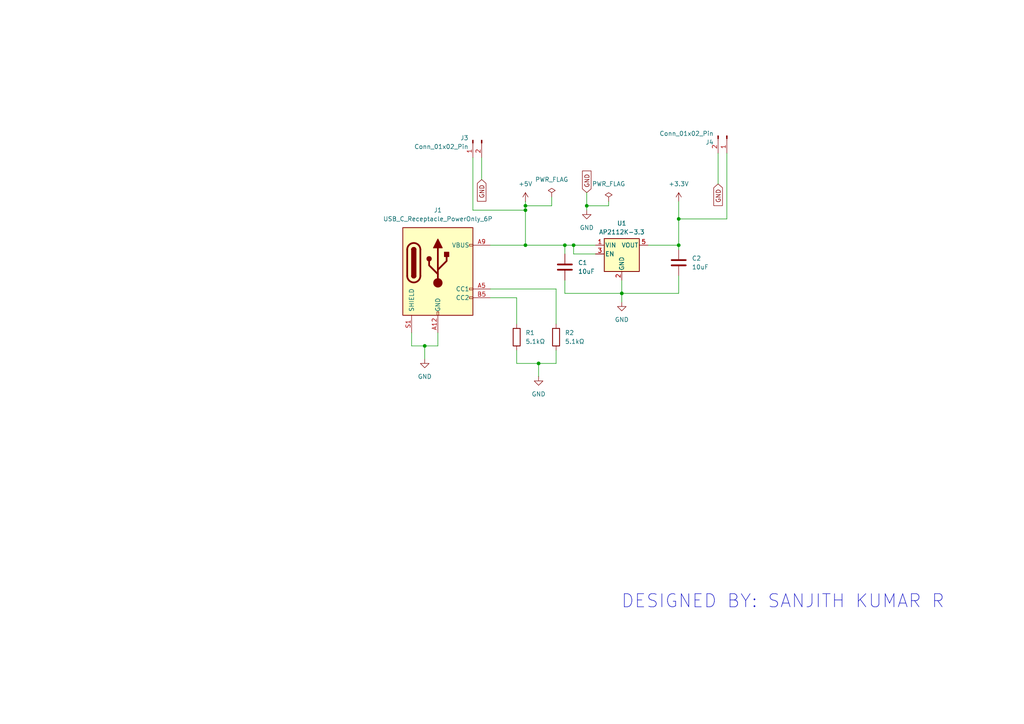
<source format=kicad_sch>
(kicad_sch (version 20250114) (generator "eeschema") (generator_version "9.0")
  (paper "A4")
  (title_block (title "USB TO 3.3V") (date "2025-10-29"))
  (lib_symbols
    (symbol "Connector:Conn_01x02_Pin" (pin_names (offset 1.016) (hide yes))
      (property "Reference" "J" (at 0 2.54 0))
      (property "Value" "Conn_01x02_Pin" (at 0 -5.08 0))
      (symbol "Conn_01x02_Pin_1_1"
        (rectangle (start 0.8636 0.127) (end 0 -0.127) (stroke (width 0.1524)) (fill (type outline)))
        (rectangle (start 0.8636 -2.413) (end 0 -2.667) (stroke (width 0.1524)) (fill (type outline)))
        (polyline (pts (xy 1.27 0) (xy 0.8636 0)) (stroke (width 0.1524)))
        (polyline (pts (xy 1.27 -2.54) (xy 0.8636 -2.54)) (stroke (width 0.1524)))
        (pin passive line (at 5.08 0 180) (length 3.81) (name "Pin_1") (number "1"))
        (pin passive line (at 5.08 -2.54 180) (length 3.81) (name "Pin_2") (number "2"))
      )
    )
    (symbol "Connector:USB_C_Receptacle_PowerOnly_6P" (pin_names (offset 1.016))
      (property "Reference" "J" (at 0 16.51 0))
      (property "Value" "USB_C_Receptacle_PowerOnly_6P" (at 0 13.97 0))
      (symbol "USB_C_Receptacle_PowerOnly_6P_0_0"
        (rectangle (start -0.254 -12.7) (end 0.254 -11.684))
        (rectangle (start 10.16 7.874) (end 9.144 7.366))
        (rectangle (start 10.16 -4.826) (end 9.144 -5.334))
        (rectangle (start 10.16 -7.366) (end 9.144 -7.874))
      )
      (symbol "USB_C_Receptacle_PowerOnly_6P_0_1"
        (rectangle (start -10.16 12.7) (end 10.16 -12.7) (stroke (width 0.254)) (fill (type background)))
        (polyline (pts (xy -8.89 -1.27) (xy -8.89 6.35)) (stroke (width 0.508)))
        (rectangle (start -7.62 -1.27) (end -6.35 6.35) (stroke (width 0.254)) (fill (type outline)))
        (arc (start -7.62 6.35) (mid -6.985 6.9823) (end -6.35 6.35) (stroke (width 0.254)))
        (arc (start -7.62 6.35) (mid -6.985 6.9823) (end -6.35 6.35) (stroke (width 0.254)) (fill (type outline)))
        (arc (start -8.89 6.35) (mid -6.985 8.2467) (end -5.08 6.35) (stroke (width 0.508)))
        (arc (start -5.08 -1.27) (mid -6.985 -3.1667) (end -8.89 -1.27) (stroke (width 0.508)))
        (arc (start -6.35 -1.27) (mid -6.985 -1.9023) (end -7.62 -1.27) (stroke (width 0.254)))
        (arc (start -6.35 -1.27) (mid -6.985 -1.9023) (end -7.62 -1.27) (stroke (width 0.254)) (fill (type outline)))
        (polyline (pts (xy -5.08 6.35) (xy -5.08 -1.27)) (stroke (width 0.508)))
        (circle (center -2.54 3.683) (radius 0.635) (stroke (width 0.254)) (fill (type outline)))
        (polyline (pts (xy -1.27 6.858) (xy 0 9.398) (xy 1.27 6.858) (xy -1.27 6.858)) (stroke (width 0.254)) (fill (type outline)))
        (polyline (pts (xy 0 0.508) (xy 2.54 3.048) (xy 2.54 4.318)) (stroke (width 0.508)))
        (polyline (pts (xy 0 -0.762) (xy -2.54 1.778) (xy -2.54 3.048)) (stroke (width 0.508)))
        (polyline (pts (xy 0 -3.302) (xy 0 6.858)) (stroke (width 0.508)))
        (circle (center 0 -3.302) (radius 1.27) (fill (type outline)))
        (rectangle (start 1.905 4.318) (end 3.175 5.588) (stroke (width 0.254)) (fill (type outline)))
      )
      (symbol "USB_C_Receptacle_PowerOnly_6P_1_1"
        (pin passive line (at -7.62 -17.78 90) (length 5.08) (name "SHIELD") (number "S1"))
        (pin passive line (at 0 -17.78 90) (length 5.08) (name "GND") (number "A12"))
        (pin passive line (at 0 -17.78 90) (length 5.08) (hide yes) (name "GND") (number "B12"))
        (pin passive line (at 15.24 7.62 180) (length 5.08) (name "VBUS") (number "A9"))
        (pin passive line (at 15.24 7.62 180) (length 5.08) (hide yes) (name "VBUS") (number "B9"))
        (pin bidirectional line (at 15.24 -5.08 180) (length 5.08) (name "CC1") (number "A5"))
        (pin bidirectional line (at 15.24 -7.62 180) (length 5.08) (name "CC2") (number "B5"))
      )
    )
    (symbol "Device:C" (pin_numbers (hide yes)) (pin_names (offset 0.254))
      (property "Reference" "C" (at 0.635 2.54 0))
      (property "Value" "C" (at 0.635 -2.54 0))
      (symbol "C_0_1"
        (polyline (pts (xy -2.032 0.762) (xy 2.032 0.762)) (stroke (width 0.508)))
        (polyline (pts (xy -2.032 -0.762) (xy 2.032 -0.762)) (stroke (width 0.508)))
      )
      (symbol "C_1_1"
        (pin passive line (at 0 3.81 270) (length 2.794) (name "~") (number "1"))
        (pin passive line (at 0 -3.81 90) (length 2.794) (name "~") (number "2"))
      )
    )
    (symbol "Device:R" (pin_numbers (hide yes)) (pin_names (offset 0))
      (property "Reference" "R" (at 2.032 0 90))
      (property "Value" "R" (at 0 0 90))
      (symbol "R_0_1"
        (rectangle (start -1.016 -2.54) (end 1.016 2.54) (stroke (width 0.254)))
      )
      (symbol "R_1_1"
        (pin passive line (at 0 3.81 270) (length 1.27) (name "~") (number "1"))
        (pin passive line (at 0 -3.81 90) (length 1.27) (name "~") (number "2"))
      )
    )
    (symbol "Regulator_Linear:AP2112K-3.3" (pin_names (offset 0.254))
      (property "Reference" "U" (at -5.08 5.715 0))
      (property "Value" "AP2112K-3.3" (at 0 5.715 0))
      (symbol "AP2112K-3.3_0_1"
        (rectangle (start -5.08 4.445) (end 5.08 -5.08) (stroke (width 0.254)) (fill (type background)))
      )
      (symbol "AP2112K-3.3_1_1"
        (pin power_in line (at -7.62 2.54 0) (length 2.54) (name "VIN") (number "1"))
        (pin input line (at -7.62 0 0) (length 2.54) (name "EN") (number "3"))
        (pin power_in line (at 0 -7.62 90) (length 2.54) (name "GND") (number "2"))
        (pin no_connect line (at 5.08 0 180) (length 2.54) (hide yes) (name "NC") (number "4"))
        (pin power_out line (at 7.62 2.54 180) (length 2.54) (name "VOUT") (number "5"))
      )
    )
    (symbol "power:+3.3V" (power) (pin_numbers (hide yes)) (pin_names (offset 0) (hide yes))
      (property "Value" "+3.3V" (at 0 3.556 0))
      (symbol "+3.3V_0_1"
        (polyline (pts (xy -0.762 1.27) (xy 0 2.54)))
        (polyline (pts (xy 0 2.54) (xy 0.762 1.27)))
        (polyline (pts (xy 0 0) (xy 0 2.54)))
      )
      (symbol "+3.3V_1_1"
        (pin power_in line (at 0 0 90) (length 0) (name "~") (number "1"))
      )
    )
    (symbol "power:+5V" (power) (pin_numbers (hide yes)) (pin_names (offset 0) (hide yes))
      (property "Value" "+5V" (at 0 3.556 0))
      (symbol "+5V_0_1"
        (polyline (pts (xy -0.762 1.27) (xy 0 2.54)))
        (polyline (pts (xy 0 2.54) (xy 0.762 1.27)))
        (polyline (pts (xy 0 0) (xy 0 2.54)))
      )
      (symbol "+5V_1_1"
        (pin power_in line (at 0 0 90) (length 0) (name "~") (number "1"))
      )
    )
    (symbol "power:GND" (power) (pin_numbers (hide yes)) (pin_names (offset 0) (hide yes))
      (property "Value" "GND" (at 0 -3.81 0))
      (symbol "GND_0_1"
        (polyline (pts (xy 0 0) (xy 0 -1.27) (xy 1.27 -1.27) (xy 0 -2.54) (xy -1.27 -1.27) (xy 0 -1.27)))
      )
      (symbol "GND_1_1"
        (pin power_in line (at 0 0 270) (length 0) (name "~") (number "1"))
      )
    )
    (symbol "power:PWR_FLAG" (power) (pin_numbers (hide yes)) (pin_names (offset 0) (hide yes))
      (property "Value" "PWR_FLAG" (at 0 3.81 0))
      (symbol "PWR_FLAG_0_0"
        (pin power_out line (at 0 0 90) (length 0) (name "~") (number "1"))
      )
      (symbol "PWR_FLAG_0_1"
        (polyline (pts (xy 0 0) (xy 0 1.27) (xy -1.016 1.905) (xy 0 2.54) (xy 1.016 1.905) (xy 0 1.27)))
      )
    )
  )
  (text "DESIGNED BY: SANJITH KUMAR R" (at 227.076 174.498 0) (effects (font (size 3.81 3.81))))
  (junction (at 156.21 105.41))
  (junction (at 152.4 59.69))
  (junction (at 152.4 71.12))
  (junction (at 170.18 59.69))
  (junction (at 166.37 71.12))
  (junction (at 123.19 100.33))
  (junction (at 196.85 71.12))
  (junction (at 196.85 63.5))
  (junction (at 163.83 71.12))
  (junction (at 152.4 60.96))
  (junction (at 180.34 85.09))
  (wire (pts (xy 172.72 73.66) (xy 166.37 73.66)))
  (wire (pts (xy 196.85 85.09) (xy 180.34 85.09)))
  (wire (pts (xy 137.16 45.72) (xy 137.16 60.96)))
  (wire (pts (xy 152.4 71.12) (xy 163.83 71.12)))
  (wire (pts (xy 196.85 80.01) (xy 196.85 85.09)))
  (wire (pts (xy 149.86 86.36) (xy 149.86 93.98)))
  (wire (pts (xy 163.83 71.12) (xy 166.37 71.12)))
  (wire (pts (xy 196.85 58.42) (xy 196.85 63.5)))
  (wire (pts (xy 208.28 44.45) (xy 208.28 53.34)))
  (wire (pts (xy 163.83 85.09) (xy 180.34 85.09)))
  (wire (pts (xy 170.18 55.88) (xy 170.18 59.69)))
  (wire (pts (xy 161.29 101.6) (xy 161.29 105.41)))
  (wire (pts (xy 166.37 71.12) (xy 166.37 73.66)))
  (wire (pts (xy 156.21 105.41) (xy 149.86 105.41)))
  (wire (pts (xy 170.18 59.69) (xy 170.18 60.96)))
  (wire (pts (xy 180.34 81.28) (xy 180.34 85.09)))
  (wire (pts (xy 196.85 71.12) (xy 196.85 72.39)))
  (wire (pts (xy 123.19 100.33) (xy 127 100.33)))
  (wire (pts (xy 210.82 44.45) (xy 210.82 63.5)))
  (wire (pts (xy 152.4 71.12) (xy 152.4 60.96)))
  (wire (pts (xy 119.38 96.52) (xy 119.38 100.33)))
  (wire (pts (xy 163.83 71.12) (xy 163.83 73.66)))
  (wire (pts (xy 196.85 71.12) (xy 187.96 71.12)))
  (wire (pts (xy 161.29 105.41) (xy 156.21 105.41)))
  (wire (pts (xy 166.37 71.12) (xy 172.72 71.12)))
  (wire (pts (xy 152.4 59.69) (xy 152.4 58.42)))
  (wire (pts (xy 149.86 105.41) (xy 149.86 101.6)))
  (wire (pts (xy 196.85 63.5) (xy 196.85 71.12)))
  (wire (pts (xy 139.7 45.72) (xy 139.7 52.07)))
  (wire (pts (xy 176.53 59.69) (xy 170.18 59.69)))
  (wire (pts (xy 210.82 63.5) (xy 196.85 63.5)))
  (wire (pts (xy 180.34 85.09) (xy 180.34 87.63)))
  (wire (pts (xy 142.24 86.36) (xy 149.86 86.36)))
  (wire (pts (xy 127 96.52) (xy 127 100.33)))
  (wire (pts (xy 142.24 83.82) (xy 161.29 83.82)))
  (wire (pts (xy 163.83 81.28) (xy 163.83 85.09)))
  (wire (pts (xy 123.19 100.33) (xy 123.19 104.14)))
  (wire (pts (xy 176.53 58.42) (xy 176.53 59.69)))
  (wire (pts (xy 156.21 105.41) (xy 156.21 109.22)))
  (wire (pts (xy 160.02 59.69) (xy 152.4 59.69)))
  (wire (pts (xy 142.24 71.12) (xy 152.4 71.12)))
  (wire (pts (xy 160.02 57.15) (xy 160.02 59.69)))
  (wire (pts (xy 161.29 83.82) (xy 161.29 93.98)))
  (wire (pts (xy 119.38 100.33) (xy 123.19 100.33)))
  (wire (pts (xy 137.16 60.96) (xy 152.4 60.96)))
  (wire (pts (xy 152.4 60.96) (xy 152.4 59.69)))
  (global_label "GND" (shape input) (at 208.28 53.34 270) (property "Intersheetrefs" "${INTERSHEET_REFS}" (effects (hide yes))))
  (global_label "GND" (shape input) (at 170.18 55.88 90) (property "Intersheetrefs" "${INTERSHEET_REFS}" (effects (hide yes))))
  (global_label "GND" (shape input) (at 139.7 52.07 270) (property "Intersheetrefs" "${INTERSHEET_REFS}" (effects (hide yes))))
  (symbol (lib_id "Device:C") (at 196.85 76.2 0) (unit 1)
    (property "Reference" "C2" (at 200.66 74.9299 0) (effects (justify left)))
    (property "Value" "10uF" (at 200.66 77.4699 0) (effects (justify left)))
    (property "Footprint" "Capacitor_SMD:C_0805_2012Metric" (effects (hide yes)))
    (property "Description" "Unpolarized capacitor" (effects (hide yes)))
  )
  (symbol (lib_id "power:GND") (at 180.34 87.63 0) (unit 1)
    (property "Reference" "#PWR05" (effects (hide yes)))
    (property "Value" "GND" (at 180.34 92.71 0))
    (property "Description" "Power symbol creates a global label with name \"GND\" , ground" (effects (hide yes)))
  )
  (symbol (lib_id "power:GND") (at 156.21 109.22 0) (unit 1)
    (property "Reference" "#PWR03" (effects (hide yes)))
    (property "Value" "GND" (at 156.21 114.3 0))
    (property "Description" "Power symbol creates a global label with name \"GND\" , ground" (effects (hide yes)))
  )
  (symbol (lib_id "Connector:USB_C_Receptacle_PowerOnly_6P") (at 127 78.74 0) (unit 1)
    (property "Reference" "J1" (at 127 60.96 0))
    (property "Value" "USB_C_Receptacle_PowerOnly_6P" (at 127 63.5 0))
    (property "Footprint" "Connector_USB:USB_C_Receptacle_GCT_USB4135-GF-A_6P_TopMnt_Horizontal" (effects (hide yes)))
    (property "Datasheet" "https://www.usb.org/sites/default/files/documents/usb_type-c.zip" (effects (hide yes)))
    (property "Description" "USB Power-Only 6P Type-C Receptacle connector" (effects (hide yes)))
  )
  (symbol (lib_id "power:PWR_FLAG") (at 176.53 58.42 0) (unit 1)
    (property "Reference" "#FLG03" (effects (hide yes)))
    (property "Value" "PWR_FLAG" (at 176.53 53.34 0))
    (property "Description" "Special symbol for telling ERC where power comes from" (effects (hide yes)))
  )
  (symbol (lib_id "Device:C") (at 163.83 77.47 0) (unit 1)
    (property "Reference" "C1" (at 167.64 76.1999 0) (effects (justify left)))
    (property "Value" "10uF" (at 167.64 78.7399 0) (effects (justify left)))
    (property "Footprint" "Capacitor_SMD:C_0805_2012Metric" (effects (hide yes)))
    (property "Description" "Unpolarized capacitor" (effects (hide yes)))
  )
  (symbol (lib_id "power:PWR_FLAG") (at 160.02 57.15 0) (unit 1)
    (property "Reference" "#FLG01" (effects (hide yes)))
    (property "Value" "PWR_FLAG" (at 160.02 52.07 0))
    (property "Description" "Special symbol for telling ERC where power comes from" (effects (hide yes)))
  )
  (symbol (lib_id "power:GND") (at 123.19 104.14 0) (unit 1)
    (property "Reference" "#PWR02" (effects (hide yes)))
    (property "Value" "GND" (at 123.19 109.22 0))
    (property "Description" "Power symbol creates a global label with name \"GND\" , ground" (effects (hide yes)))
  )
  (symbol (lib_id "power:+5V") (at 152.4 58.42 0) (unit 1)
    (property "Reference" "#PWR01" (effects (hide yes)))
    (property "Value" "+5V" (at 152.4 53.34 0))
    (property "Description" "Power symbol creates a global label with name \"+5V\"" (effects (hide yes)))
  )
  (symbol (lib_id "Device:R") (at 161.29 97.79 0) (unit 1)
    (property "Reference" "R2" (at 163.83 96.5199 0) (effects (justify left)))
    (property "Value" "5.1kΩ" (at 163.83 99.0599 0) (effects (justify left)))
    (property "Footprint" "Resistor_SMD:R_0805_2012Metric" (effects (hide yes)))
    (property "Description" "Resistor" (effects (hide yes)))
  )
  (symbol (lib_id "Device:R") (at 149.86 97.79 180) (unit 1)
    (property "Reference" "R1" (at 152.4 96.5199 0) (effects (justify right)))
    (property "Value" "5.1kΩ" (at 152.4 99.0599 0) (effects (justify right)))
    (property "Footprint" "Resistor_SMD:R_0805_2012Metric" (effects (hide yes)))
    (property "Description" "Resistor" (effects (hide yes)))
  )
  (symbol (lib_id "Regulator_Linear:AP2112K-3.3") (at 180.34 73.66 0) (unit 1)
    (property "Reference" "U1" (at 180.34 64.77 0))
    (property "Value" "AP2112K-3.3" (at 180.34 67.31 0))
    (property "Footprint" "Package_TO_SOT_SMD:SOT-23-5" (effects (hide yes)))
    (property "Datasheet" "https://www.diodes.com/assets/Datasheets/AP2112.pdf" (effects (hide yes)))
    (property "Description" "600mA low dropout linear regulator, with enable pin, 3.8V-6V input voltage range, 3.3V fixed positive output, SOT-23-5" (effects (hide yes)))
  )
  (symbol (lib_id "Connector:Conn_01x02_Pin") (at 210.82 39.37 270) (unit 1)
    (property "Reference" "J4" (at 207.01 41.2751 90) (effects (justify right)))
    (property "Value" "Conn_01x02_Pin" (at 207.01 38.7351 90) (effects (justify right)))
    (property "Footprint" "Connector_PinHeader_2.54mm:PinHeader_1x02_P2.54mm_Vertical" (effects (hide yes)))
    (property "Description" "Generic connector, single row, 01x02, script generated" (effects (hide yes)))
  )
  (symbol (lib_id "power:+3.3V") (at 196.85 58.42 0) (unit 1)
    (property "Reference" "#PWR04" (effects (hide yes)))
    (property "Value" "+3.3V" (at 196.85 53.34 0))
    (property "Description" "Power symbol creates a global label with name \"+3.3V\"" (effects (hide yes)))
  )
  (symbol (lib_id "power:GND") (at 170.18 60.96 0) (unit 1)
    (property "Reference" "#PWR06" (effects (hide yes)))
    (property "Value" "GND" (at 170.18 66.04 0))
    (property "Description" "Power symbol creates a global label with name \"GND\" , ground" (effects (hide yes)))
  )
  (symbol (lib_id "Connector:Conn_01x02_Pin") (at 137.16 40.64 90) (mirror x) (unit 1)
    (property "Reference" "J3" (at 135.89 40.0049 90) (effects (justify left)))
    (property "Value" "Conn_01x02_Pin" (at 135.89 42.5449 90) (effects (justify left)))
    (property "Footprint" "Connector_PinHeader_2.54mm:PinHeader_1x02_P2.54mm_Vertical" (effects (hide yes)))
    (property "Description" "Generic connector, single row, 01x02, script generated" (effects (hide yes)))
  )
)
</source>
